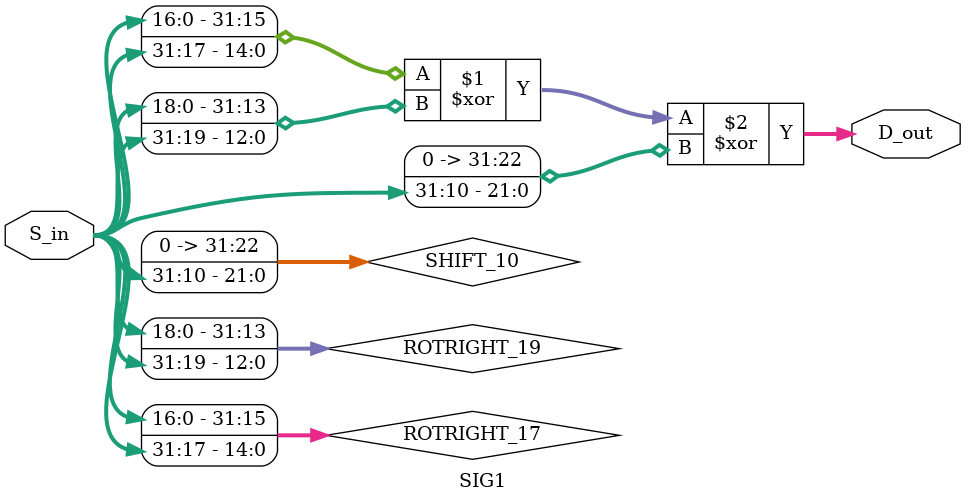
<source format=v>
module SIG1(
	input wire [31:0] 	S_in,
	output wire [31:0] 	D_out
	);
	
	wire [31:0]			ROTRIGHT_17;
	wire [31:0]			ROTRIGHT_19;
	wire [31:0]			SHIFT_10;
	
	assign ROTRIGHT_17	= {S_in[16:0],S_in[31:17]};
	assign ROTRIGHT_19	= {S_in[18:0],S_in[31:19]};
	assign SHIFT_10		= {10'b0000000000,S_in[31:10]};
	
	assign D_out = ROTRIGHT_17 ^ ROTRIGHT_19 ^ SHIFT_10; 
	
endmodule

</source>
